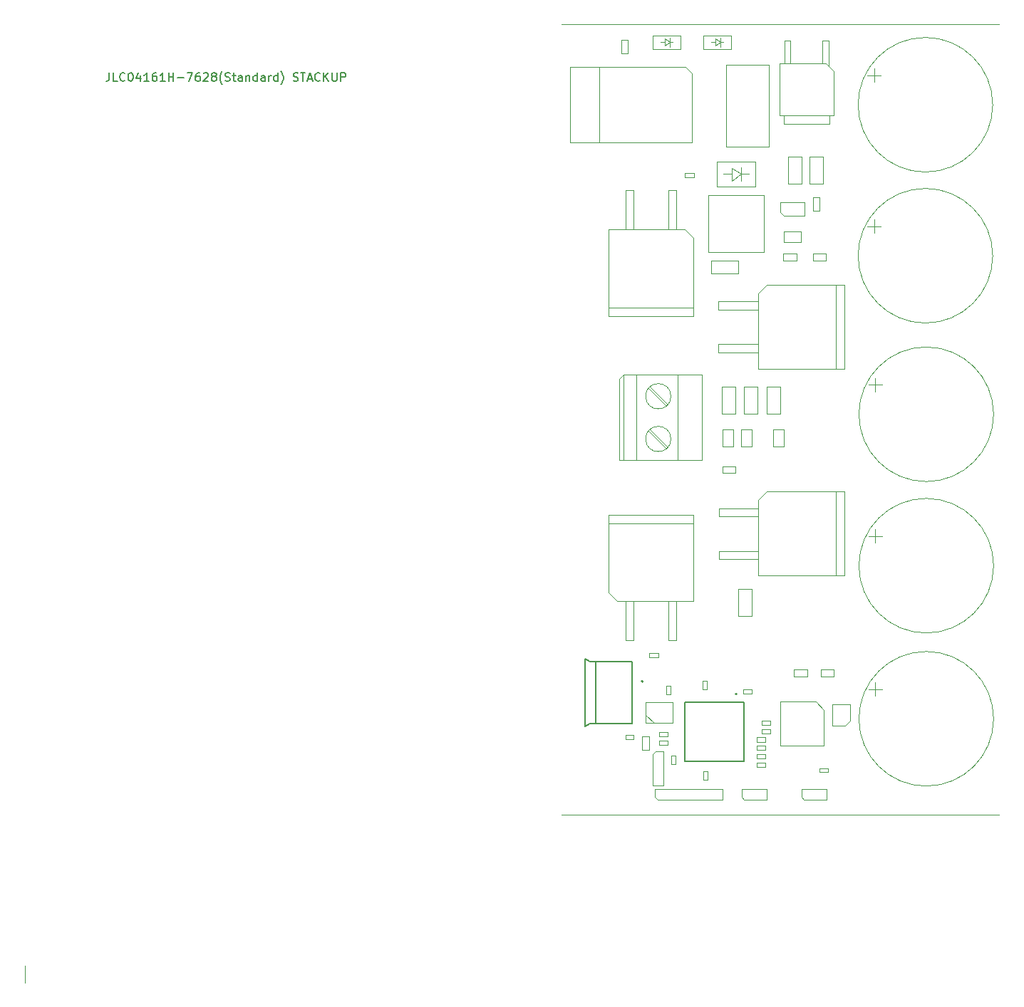
<source format=gbr>
G04 #@! TF.GenerationSoftware,KiCad,Pcbnew,8.0.5*
G04 #@! TF.CreationDate,2024-12-11T09:51:45-08:00*
G04 #@! TF.ProjectId,OpenPEMF_Final,4f70656e-5045-44d4-965f-46696e616c2e,rev?*
G04 #@! TF.SameCoordinates,Original*
G04 #@! TF.FileFunction,AssemblyDrawing,Top*
%FSLAX46Y46*%
G04 Gerber Fmt 4.6, Leading zero omitted, Abs format (unit mm)*
G04 Created by KiCad (PCBNEW 8.0.5) date 2024-12-11 09:51:45*
%MOMM*%
%LPD*%
G01*
G04 APERTURE LIST*
%ADD10C,0.100000*%
%ADD11C,0.150000*%
%ADD12C,0.127000*%
%ADD13C,0.200000*%
G04 APERTURE END LIST*
D10*
X100000000Y-52000000D02*
X152000000Y-52000000D01*
X36231300Y-165964600D02*
X36231300Y-163964600D01*
X100000000Y-146000000D02*
X152000000Y-146000000D01*
D11*
X46272493Y-57799819D02*
X46272493Y-58514104D01*
X46272493Y-58514104D02*
X46224874Y-58656961D01*
X46224874Y-58656961D02*
X46129636Y-58752200D01*
X46129636Y-58752200D02*
X45986779Y-58799819D01*
X45986779Y-58799819D02*
X45891541Y-58799819D01*
X47224874Y-58799819D02*
X46748684Y-58799819D01*
X46748684Y-58799819D02*
X46748684Y-57799819D01*
X48129636Y-58704580D02*
X48082017Y-58752200D01*
X48082017Y-58752200D02*
X47939160Y-58799819D01*
X47939160Y-58799819D02*
X47843922Y-58799819D01*
X47843922Y-58799819D02*
X47701065Y-58752200D01*
X47701065Y-58752200D02*
X47605827Y-58656961D01*
X47605827Y-58656961D02*
X47558208Y-58561723D01*
X47558208Y-58561723D02*
X47510589Y-58371247D01*
X47510589Y-58371247D02*
X47510589Y-58228390D01*
X47510589Y-58228390D02*
X47558208Y-58037914D01*
X47558208Y-58037914D02*
X47605827Y-57942676D01*
X47605827Y-57942676D02*
X47701065Y-57847438D01*
X47701065Y-57847438D02*
X47843922Y-57799819D01*
X47843922Y-57799819D02*
X47939160Y-57799819D01*
X47939160Y-57799819D02*
X48082017Y-57847438D01*
X48082017Y-57847438D02*
X48129636Y-57895057D01*
X48748684Y-57799819D02*
X48843922Y-57799819D01*
X48843922Y-57799819D02*
X48939160Y-57847438D01*
X48939160Y-57847438D02*
X48986779Y-57895057D01*
X48986779Y-57895057D02*
X49034398Y-57990295D01*
X49034398Y-57990295D02*
X49082017Y-58180771D01*
X49082017Y-58180771D02*
X49082017Y-58418866D01*
X49082017Y-58418866D02*
X49034398Y-58609342D01*
X49034398Y-58609342D02*
X48986779Y-58704580D01*
X48986779Y-58704580D02*
X48939160Y-58752200D01*
X48939160Y-58752200D02*
X48843922Y-58799819D01*
X48843922Y-58799819D02*
X48748684Y-58799819D01*
X48748684Y-58799819D02*
X48653446Y-58752200D01*
X48653446Y-58752200D02*
X48605827Y-58704580D01*
X48605827Y-58704580D02*
X48558208Y-58609342D01*
X48558208Y-58609342D02*
X48510589Y-58418866D01*
X48510589Y-58418866D02*
X48510589Y-58180771D01*
X48510589Y-58180771D02*
X48558208Y-57990295D01*
X48558208Y-57990295D02*
X48605827Y-57895057D01*
X48605827Y-57895057D02*
X48653446Y-57847438D01*
X48653446Y-57847438D02*
X48748684Y-57799819D01*
X49939160Y-58133152D02*
X49939160Y-58799819D01*
X49701065Y-57752200D02*
X49462970Y-58466485D01*
X49462970Y-58466485D02*
X50082017Y-58466485D01*
X50986779Y-58799819D02*
X50415351Y-58799819D01*
X50701065Y-58799819D02*
X50701065Y-57799819D01*
X50701065Y-57799819D02*
X50605827Y-57942676D01*
X50605827Y-57942676D02*
X50510589Y-58037914D01*
X50510589Y-58037914D02*
X50415351Y-58085533D01*
X51843922Y-57799819D02*
X51653446Y-57799819D01*
X51653446Y-57799819D02*
X51558208Y-57847438D01*
X51558208Y-57847438D02*
X51510589Y-57895057D01*
X51510589Y-57895057D02*
X51415351Y-58037914D01*
X51415351Y-58037914D02*
X51367732Y-58228390D01*
X51367732Y-58228390D02*
X51367732Y-58609342D01*
X51367732Y-58609342D02*
X51415351Y-58704580D01*
X51415351Y-58704580D02*
X51462970Y-58752200D01*
X51462970Y-58752200D02*
X51558208Y-58799819D01*
X51558208Y-58799819D02*
X51748684Y-58799819D01*
X51748684Y-58799819D02*
X51843922Y-58752200D01*
X51843922Y-58752200D02*
X51891541Y-58704580D01*
X51891541Y-58704580D02*
X51939160Y-58609342D01*
X51939160Y-58609342D02*
X51939160Y-58371247D01*
X51939160Y-58371247D02*
X51891541Y-58276009D01*
X51891541Y-58276009D02*
X51843922Y-58228390D01*
X51843922Y-58228390D02*
X51748684Y-58180771D01*
X51748684Y-58180771D02*
X51558208Y-58180771D01*
X51558208Y-58180771D02*
X51462970Y-58228390D01*
X51462970Y-58228390D02*
X51415351Y-58276009D01*
X51415351Y-58276009D02*
X51367732Y-58371247D01*
X52891541Y-58799819D02*
X52320113Y-58799819D01*
X52605827Y-58799819D02*
X52605827Y-57799819D01*
X52605827Y-57799819D02*
X52510589Y-57942676D01*
X52510589Y-57942676D02*
X52415351Y-58037914D01*
X52415351Y-58037914D02*
X52320113Y-58085533D01*
X53320113Y-58799819D02*
X53320113Y-57799819D01*
X53320113Y-58276009D02*
X53891541Y-58276009D01*
X53891541Y-58799819D02*
X53891541Y-57799819D01*
X54367732Y-58418866D02*
X55129637Y-58418866D01*
X55510589Y-57799819D02*
X56177255Y-57799819D01*
X56177255Y-57799819D02*
X55748684Y-58799819D01*
X56986779Y-57799819D02*
X56796303Y-57799819D01*
X56796303Y-57799819D02*
X56701065Y-57847438D01*
X56701065Y-57847438D02*
X56653446Y-57895057D01*
X56653446Y-57895057D02*
X56558208Y-58037914D01*
X56558208Y-58037914D02*
X56510589Y-58228390D01*
X56510589Y-58228390D02*
X56510589Y-58609342D01*
X56510589Y-58609342D02*
X56558208Y-58704580D01*
X56558208Y-58704580D02*
X56605827Y-58752200D01*
X56605827Y-58752200D02*
X56701065Y-58799819D01*
X56701065Y-58799819D02*
X56891541Y-58799819D01*
X56891541Y-58799819D02*
X56986779Y-58752200D01*
X56986779Y-58752200D02*
X57034398Y-58704580D01*
X57034398Y-58704580D02*
X57082017Y-58609342D01*
X57082017Y-58609342D02*
X57082017Y-58371247D01*
X57082017Y-58371247D02*
X57034398Y-58276009D01*
X57034398Y-58276009D02*
X56986779Y-58228390D01*
X56986779Y-58228390D02*
X56891541Y-58180771D01*
X56891541Y-58180771D02*
X56701065Y-58180771D01*
X56701065Y-58180771D02*
X56605827Y-58228390D01*
X56605827Y-58228390D02*
X56558208Y-58276009D01*
X56558208Y-58276009D02*
X56510589Y-58371247D01*
X57462970Y-57895057D02*
X57510589Y-57847438D01*
X57510589Y-57847438D02*
X57605827Y-57799819D01*
X57605827Y-57799819D02*
X57843922Y-57799819D01*
X57843922Y-57799819D02*
X57939160Y-57847438D01*
X57939160Y-57847438D02*
X57986779Y-57895057D01*
X57986779Y-57895057D02*
X58034398Y-57990295D01*
X58034398Y-57990295D02*
X58034398Y-58085533D01*
X58034398Y-58085533D02*
X57986779Y-58228390D01*
X57986779Y-58228390D02*
X57415351Y-58799819D01*
X57415351Y-58799819D02*
X58034398Y-58799819D01*
X58605827Y-58228390D02*
X58510589Y-58180771D01*
X58510589Y-58180771D02*
X58462970Y-58133152D01*
X58462970Y-58133152D02*
X58415351Y-58037914D01*
X58415351Y-58037914D02*
X58415351Y-57990295D01*
X58415351Y-57990295D02*
X58462970Y-57895057D01*
X58462970Y-57895057D02*
X58510589Y-57847438D01*
X58510589Y-57847438D02*
X58605827Y-57799819D01*
X58605827Y-57799819D02*
X58796303Y-57799819D01*
X58796303Y-57799819D02*
X58891541Y-57847438D01*
X58891541Y-57847438D02*
X58939160Y-57895057D01*
X58939160Y-57895057D02*
X58986779Y-57990295D01*
X58986779Y-57990295D02*
X58986779Y-58037914D01*
X58986779Y-58037914D02*
X58939160Y-58133152D01*
X58939160Y-58133152D02*
X58891541Y-58180771D01*
X58891541Y-58180771D02*
X58796303Y-58228390D01*
X58796303Y-58228390D02*
X58605827Y-58228390D01*
X58605827Y-58228390D02*
X58510589Y-58276009D01*
X58510589Y-58276009D02*
X58462970Y-58323628D01*
X58462970Y-58323628D02*
X58415351Y-58418866D01*
X58415351Y-58418866D02*
X58415351Y-58609342D01*
X58415351Y-58609342D02*
X58462970Y-58704580D01*
X58462970Y-58704580D02*
X58510589Y-58752200D01*
X58510589Y-58752200D02*
X58605827Y-58799819D01*
X58605827Y-58799819D02*
X58796303Y-58799819D01*
X58796303Y-58799819D02*
X58891541Y-58752200D01*
X58891541Y-58752200D02*
X58939160Y-58704580D01*
X58939160Y-58704580D02*
X58986779Y-58609342D01*
X58986779Y-58609342D02*
X58986779Y-58418866D01*
X58986779Y-58418866D02*
X58939160Y-58323628D01*
X58939160Y-58323628D02*
X58891541Y-58276009D01*
X58891541Y-58276009D02*
X58796303Y-58228390D01*
X59701065Y-59180771D02*
X59653446Y-59133152D01*
X59653446Y-59133152D02*
X59558208Y-58990295D01*
X59558208Y-58990295D02*
X59510589Y-58895057D01*
X59510589Y-58895057D02*
X59462970Y-58752200D01*
X59462970Y-58752200D02*
X59415351Y-58514104D01*
X59415351Y-58514104D02*
X59415351Y-58323628D01*
X59415351Y-58323628D02*
X59462970Y-58085533D01*
X59462970Y-58085533D02*
X59510589Y-57942676D01*
X59510589Y-57942676D02*
X59558208Y-57847438D01*
X59558208Y-57847438D02*
X59653446Y-57704580D01*
X59653446Y-57704580D02*
X59701065Y-57656961D01*
X60034399Y-58752200D02*
X60177256Y-58799819D01*
X60177256Y-58799819D02*
X60415351Y-58799819D01*
X60415351Y-58799819D02*
X60510589Y-58752200D01*
X60510589Y-58752200D02*
X60558208Y-58704580D01*
X60558208Y-58704580D02*
X60605827Y-58609342D01*
X60605827Y-58609342D02*
X60605827Y-58514104D01*
X60605827Y-58514104D02*
X60558208Y-58418866D01*
X60558208Y-58418866D02*
X60510589Y-58371247D01*
X60510589Y-58371247D02*
X60415351Y-58323628D01*
X60415351Y-58323628D02*
X60224875Y-58276009D01*
X60224875Y-58276009D02*
X60129637Y-58228390D01*
X60129637Y-58228390D02*
X60082018Y-58180771D01*
X60082018Y-58180771D02*
X60034399Y-58085533D01*
X60034399Y-58085533D02*
X60034399Y-57990295D01*
X60034399Y-57990295D02*
X60082018Y-57895057D01*
X60082018Y-57895057D02*
X60129637Y-57847438D01*
X60129637Y-57847438D02*
X60224875Y-57799819D01*
X60224875Y-57799819D02*
X60462970Y-57799819D01*
X60462970Y-57799819D02*
X60605827Y-57847438D01*
X60891542Y-58133152D02*
X61272494Y-58133152D01*
X61034399Y-57799819D02*
X61034399Y-58656961D01*
X61034399Y-58656961D02*
X61082018Y-58752200D01*
X61082018Y-58752200D02*
X61177256Y-58799819D01*
X61177256Y-58799819D02*
X61272494Y-58799819D01*
X62034399Y-58799819D02*
X62034399Y-58276009D01*
X62034399Y-58276009D02*
X61986780Y-58180771D01*
X61986780Y-58180771D02*
X61891542Y-58133152D01*
X61891542Y-58133152D02*
X61701066Y-58133152D01*
X61701066Y-58133152D02*
X61605828Y-58180771D01*
X62034399Y-58752200D02*
X61939161Y-58799819D01*
X61939161Y-58799819D02*
X61701066Y-58799819D01*
X61701066Y-58799819D02*
X61605828Y-58752200D01*
X61605828Y-58752200D02*
X61558209Y-58656961D01*
X61558209Y-58656961D02*
X61558209Y-58561723D01*
X61558209Y-58561723D02*
X61605828Y-58466485D01*
X61605828Y-58466485D02*
X61701066Y-58418866D01*
X61701066Y-58418866D02*
X61939161Y-58418866D01*
X61939161Y-58418866D02*
X62034399Y-58371247D01*
X62510590Y-58133152D02*
X62510590Y-58799819D01*
X62510590Y-58228390D02*
X62558209Y-58180771D01*
X62558209Y-58180771D02*
X62653447Y-58133152D01*
X62653447Y-58133152D02*
X62796304Y-58133152D01*
X62796304Y-58133152D02*
X62891542Y-58180771D01*
X62891542Y-58180771D02*
X62939161Y-58276009D01*
X62939161Y-58276009D02*
X62939161Y-58799819D01*
X63843923Y-58799819D02*
X63843923Y-57799819D01*
X63843923Y-58752200D02*
X63748685Y-58799819D01*
X63748685Y-58799819D02*
X63558209Y-58799819D01*
X63558209Y-58799819D02*
X63462971Y-58752200D01*
X63462971Y-58752200D02*
X63415352Y-58704580D01*
X63415352Y-58704580D02*
X63367733Y-58609342D01*
X63367733Y-58609342D02*
X63367733Y-58323628D01*
X63367733Y-58323628D02*
X63415352Y-58228390D01*
X63415352Y-58228390D02*
X63462971Y-58180771D01*
X63462971Y-58180771D02*
X63558209Y-58133152D01*
X63558209Y-58133152D02*
X63748685Y-58133152D01*
X63748685Y-58133152D02*
X63843923Y-58180771D01*
X64748685Y-58799819D02*
X64748685Y-58276009D01*
X64748685Y-58276009D02*
X64701066Y-58180771D01*
X64701066Y-58180771D02*
X64605828Y-58133152D01*
X64605828Y-58133152D02*
X64415352Y-58133152D01*
X64415352Y-58133152D02*
X64320114Y-58180771D01*
X64748685Y-58752200D02*
X64653447Y-58799819D01*
X64653447Y-58799819D02*
X64415352Y-58799819D01*
X64415352Y-58799819D02*
X64320114Y-58752200D01*
X64320114Y-58752200D02*
X64272495Y-58656961D01*
X64272495Y-58656961D02*
X64272495Y-58561723D01*
X64272495Y-58561723D02*
X64320114Y-58466485D01*
X64320114Y-58466485D02*
X64415352Y-58418866D01*
X64415352Y-58418866D02*
X64653447Y-58418866D01*
X64653447Y-58418866D02*
X64748685Y-58371247D01*
X65224876Y-58799819D02*
X65224876Y-58133152D01*
X65224876Y-58323628D02*
X65272495Y-58228390D01*
X65272495Y-58228390D02*
X65320114Y-58180771D01*
X65320114Y-58180771D02*
X65415352Y-58133152D01*
X65415352Y-58133152D02*
X65510590Y-58133152D01*
X66272495Y-58799819D02*
X66272495Y-57799819D01*
X66272495Y-58752200D02*
X66177257Y-58799819D01*
X66177257Y-58799819D02*
X65986781Y-58799819D01*
X65986781Y-58799819D02*
X65891543Y-58752200D01*
X65891543Y-58752200D02*
X65843924Y-58704580D01*
X65843924Y-58704580D02*
X65796305Y-58609342D01*
X65796305Y-58609342D02*
X65796305Y-58323628D01*
X65796305Y-58323628D02*
X65843924Y-58228390D01*
X65843924Y-58228390D02*
X65891543Y-58180771D01*
X65891543Y-58180771D02*
X65986781Y-58133152D01*
X65986781Y-58133152D02*
X66177257Y-58133152D01*
X66177257Y-58133152D02*
X66272495Y-58180771D01*
X66653448Y-59180771D02*
X66701067Y-59133152D01*
X66701067Y-59133152D02*
X66796305Y-58990295D01*
X66796305Y-58990295D02*
X66843924Y-58895057D01*
X66843924Y-58895057D02*
X66891543Y-58752200D01*
X66891543Y-58752200D02*
X66939162Y-58514104D01*
X66939162Y-58514104D02*
X66939162Y-58323628D01*
X66939162Y-58323628D02*
X66891543Y-58085533D01*
X66891543Y-58085533D02*
X66843924Y-57942676D01*
X66843924Y-57942676D02*
X66796305Y-57847438D01*
X66796305Y-57847438D02*
X66701067Y-57704580D01*
X66701067Y-57704580D02*
X66653448Y-57656961D01*
X68129639Y-58752200D02*
X68272496Y-58799819D01*
X68272496Y-58799819D02*
X68510591Y-58799819D01*
X68510591Y-58799819D02*
X68605829Y-58752200D01*
X68605829Y-58752200D02*
X68653448Y-58704580D01*
X68653448Y-58704580D02*
X68701067Y-58609342D01*
X68701067Y-58609342D02*
X68701067Y-58514104D01*
X68701067Y-58514104D02*
X68653448Y-58418866D01*
X68653448Y-58418866D02*
X68605829Y-58371247D01*
X68605829Y-58371247D02*
X68510591Y-58323628D01*
X68510591Y-58323628D02*
X68320115Y-58276009D01*
X68320115Y-58276009D02*
X68224877Y-58228390D01*
X68224877Y-58228390D02*
X68177258Y-58180771D01*
X68177258Y-58180771D02*
X68129639Y-58085533D01*
X68129639Y-58085533D02*
X68129639Y-57990295D01*
X68129639Y-57990295D02*
X68177258Y-57895057D01*
X68177258Y-57895057D02*
X68224877Y-57847438D01*
X68224877Y-57847438D02*
X68320115Y-57799819D01*
X68320115Y-57799819D02*
X68558210Y-57799819D01*
X68558210Y-57799819D02*
X68701067Y-57847438D01*
X68986782Y-57799819D02*
X69558210Y-57799819D01*
X69272496Y-58799819D02*
X69272496Y-57799819D01*
X69843925Y-58514104D02*
X70320115Y-58514104D01*
X69748687Y-58799819D02*
X70082020Y-57799819D01*
X70082020Y-57799819D02*
X70415353Y-58799819D01*
X71320115Y-58704580D02*
X71272496Y-58752200D01*
X71272496Y-58752200D02*
X71129639Y-58799819D01*
X71129639Y-58799819D02*
X71034401Y-58799819D01*
X71034401Y-58799819D02*
X70891544Y-58752200D01*
X70891544Y-58752200D02*
X70796306Y-58656961D01*
X70796306Y-58656961D02*
X70748687Y-58561723D01*
X70748687Y-58561723D02*
X70701068Y-58371247D01*
X70701068Y-58371247D02*
X70701068Y-58228390D01*
X70701068Y-58228390D02*
X70748687Y-58037914D01*
X70748687Y-58037914D02*
X70796306Y-57942676D01*
X70796306Y-57942676D02*
X70891544Y-57847438D01*
X70891544Y-57847438D02*
X71034401Y-57799819D01*
X71034401Y-57799819D02*
X71129639Y-57799819D01*
X71129639Y-57799819D02*
X71272496Y-57847438D01*
X71272496Y-57847438D02*
X71320115Y-57895057D01*
X71748687Y-58799819D02*
X71748687Y-57799819D01*
X72320115Y-58799819D02*
X71891544Y-58228390D01*
X72320115Y-57799819D02*
X71748687Y-58371247D01*
X72748687Y-57799819D02*
X72748687Y-58609342D01*
X72748687Y-58609342D02*
X72796306Y-58704580D01*
X72796306Y-58704580D02*
X72843925Y-58752200D01*
X72843925Y-58752200D02*
X72939163Y-58799819D01*
X72939163Y-58799819D02*
X73129639Y-58799819D01*
X73129639Y-58799819D02*
X73224877Y-58752200D01*
X73224877Y-58752200D02*
X73272496Y-58704580D01*
X73272496Y-58704580D02*
X73320115Y-58609342D01*
X73320115Y-58609342D02*
X73320115Y-57799819D01*
X73796306Y-58799819D02*
X73796306Y-57799819D01*
X73796306Y-57799819D02*
X74177258Y-57799819D01*
X74177258Y-57799819D02*
X74272496Y-57847438D01*
X74272496Y-57847438D02*
X74320115Y-57895057D01*
X74320115Y-57895057D02*
X74367734Y-57990295D01*
X74367734Y-57990295D02*
X74367734Y-58133152D01*
X74367734Y-58133152D02*
X74320115Y-58228390D01*
X74320115Y-58228390D02*
X74272496Y-58276009D01*
X74272496Y-58276009D02*
X74177258Y-58323628D01*
X74177258Y-58323628D02*
X73796306Y-58323628D01*
D10*
X123785000Y-135815000D02*
X124785000Y-135815000D01*
X123785000Y-136315000D02*
X123785000Y-135815000D01*
X124785000Y-135815000D02*
X124785000Y-136315000D01*
X124785000Y-136315000D02*
X123785000Y-136315000D01*
X125970000Y-132550000D02*
X130200000Y-132550000D01*
X125970000Y-137780000D02*
X125970000Y-132550000D01*
X130200000Y-132550000D02*
X131200000Y-133550000D01*
X131200000Y-133550000D02*
X131200000Y-137780000D01*
X131200000Y-137780000D02*
X125970000Y-137780000D01*
X136362078Y-76042500D02*
X137962078Y-76042500D01*
X137162078Y-75242500D02*
X137162078Y-76842500D01*
X151237246Y-79550000D02*
G75*
G02*
X135237246Y-79550000I-8000000J0D01*
G01*
X135237246Y-79550000D02*
G75*
G02*
X151237246Y-79550000I8000000J0D01*
G01*
X111635000Y-137215000D02*
X112635000Y-137215000D01*
X111635000Y-137715000D02*
X111635000Y-137215000D01*
X112635000Y-137215000D02*
X112635000Y-137715000D01*
X112635000Y-137715000D02*
X111635000Y-137715000D01*
X126450000Y-76675000D02*
X128450000Y-76675000D01*
X126450000Y-77925000D02*
X126450000Y-76675000D01*
X128450000Y-76675000D02*
X128450000Y-77925000D01*
X128450000Y-77925000D02*
X126450000Y-77925000D01*
X126300000Y-79300000D02*
X127900000Y-79300000D01*
X126300000Y-80100000D02*
X126300000Y-79300000D01*
X127900000Y-79300000D02*
X127900000Y-80100000D01*
X127900000Y-80100000D02*
X126300000Y-80100000D01*
X110425000Y-126780000D02*
X111475000Y-126780000D01*
X110425000Y-127320000D02*
X110425000Y-126780000D01*
X111475000Y-126780000D02*
X111475000Y-127320000D01*
X111475000Y-127320000D02*
X110425000Y-127320000D01*
X107100000Y-53857500D02*
X107900000Y-53857500D01*
X107100000Y-55457500D02*
X107100000Y-53857500D01*
X107900000Y-53857500D02*
X107900000Y-55457500D01*
X107900000Y-55457500D02*
X107100000Y-55457500D01*
X123160000Y-137795000D02*
X124210000Y-137795000D01*
X123160000Y-138335000D02*
X123160000Y-137795000D01*
X124210000Y-137795000D02*
X124210000Y-138335000D01*
X124210000Y-138335000D02*
X123160000Y-138335000D01*
X121385000Y-142930000D02*
X124385000Y-142930000D01*
X121385000Y-143882500D02*
X121385000Y-142930000D01*
X121702500Y-144200000D02*
X121385000Y-143882500D01*
X124385000Y-142930000D02*
X124385000Y-144200000D01*
X124385000Y-144200000D02*
X121702500Y-144200000D01*
X117800000Y-80100000D02*
X121000000Y-80100000D01*
X117800000Y-81700000D02*
X117800000Y-80100000D01*
X121000000Y-80100000D02*
X121000000Y-81700000D01*
X121000000Y-81700000D02*
X117800000Y-81700000D01*
X123160000Y-136795000D02*
X124210000Y-136795000D01*
X123160000Y-137335000D02*
X123160000Y-136795000D01*
X124210000Y-136795000D02*
X124210000Y-137335000D01*
X124210000Y-137335000D02*
X123160000Y-137335000D01*
X111100000Y-142965000D02*
X119100000Y-142965000D01*
X111100000Y-143917500D02*
X111100000Y-142965000D01*
X111417500Y-144235000D02*
X111100000Y-143917500D01*
X119100000Y-142965000D02*
X119100000Y-144235000D01*
X119100000Y-144235000D02*
X111417500Y-144235000D01*
X105625000Y-110350000D02*
X115625000Y-110350000D01*
X105625000Y-111350000D02*
X105625000Y-110350000D01*
X105625000Y-111350000D02*
X115625000Y-111350000D01*
X105625000Y-119600000D02*
X105625000Y-111350000D01*
X106625000Y-120600000D02*
X105625000Y-119600000D01*
X107585000Y-120600000D02*
X107585000Y-125300000D01*
X107585000Y-125300000D02*
X108585000Y-125300000D01*
X108585000Y-125300000D02*
X108585000Y-120600000D01*
X112665000Y-120600000D02*
X112665000Y-125300000D01*
X112665000Y-125300000D02*
X113665000Y-125300000D01*
X113665000Y-125300000D02*
X113665000Y-120600000D01*
X115625000Y-110350000D02*
X115625000Y-111350000D01*
X115625000Y-111350000D02*
X115625000Y-120600000D01*
X115625000Y-120600000D02*
X106625000Y-120600000D01*
X116835000Y-140845000D02*
X117335000Y-140845000D01*
X116835000Y-141845000D02*
X116835000Y-140845000D01*
X117335000Y-140845000D02*
X117335000Y-141845000D01*
X117335000Y-141845000D02*
X116835000Y-141845000D01*
X130785000Y-128752500D02*
X132385000Y-128752500D01*
X130785000Y-129577500D02*
X130785000Y-128752500D01*
X132385000Y-128752500D02*
X132385000Y-129577500D01*
X132385000Y-129577500D02*
X130785000Y-129577500D01*
X121700000Y-95100000D02*
X123300000Y-95100000D01*
X121700000Y-98300000D02*
X121700000Y-95100000D01*
X123300000Y-95100000D02*
X123300000Y-98300000D01*
X123300000Y-98300000D02*
X121700000Y-98300000D01*
X129450000Y-67800000D02*
X131050000Y-67800000D01*
X129450000Y-71000000D02*
X129450000Y-67800000D01*
X131050000Y-67800000D02*
X131050000Y-71000000D01*
X131050000Y-71000000D02*
X129450000Y-71000000D01*
X110865000Y-138817500D02*
X111182500Y-138500000D01*
X110865000Y-142500000D02*
X110865000Y-138817500D01*
X111182500Y-138500000D02*
X112135000Y-138500000D01*
X112135000Y-138500000D02*
X112135000Y-142500000D01*
X112135000Y-142500000D02*
X110865000Y-142500000D01*
X110850000Y-53357500D02*
X114150000Y-53357500D01*
X110850000Y-54957500D02*
X110850000Y-53357500D01*
X112250000Y-53757500D02*
X112850000Y-54157500D01*
X112250000Y-54157500D02*
X111750000Y-54157500D01*
X112250000Y-54557500D02*
X112250000Y-53757500D01*
X112850000Y-54157500D02*
X112250000Y-54557500D01*
X112850000Y-54157500D02*
X112850000Y-53607500D01*
X112850000Y-54157500D02*
X112850000Y-54707500D01*
X113250000Y-54157500D02*
X112850000Y-54157500D01*
X114150000Y-53357500D02*
X114150000Y-54957500D01*
X114150000Y-54957500D02*
X110850000Y-54957500D01*
X129850000Y-72625000D02*
X130650000Y-72625000D01*
X129850000Y-74225000D02*
X129850000Y-72625000D01*
X130650000Y-72625000D02*
X130650000Y-74225000D01*
X130650000Y-74225000D02*
X129850000Y-74225000D01*
X116850000Y-53357500D02*
X120150000Y-53357500D01*
X116850000Y-54957500D02*
X116850000Y-53357500D01*
X118250000Y-53757500D02*
X118850000Y-54157500D01*
X118250000Y-54157500D02*
X117750000Y-54157500D01*
X118250000Y-54557500D02*
X118250000Y-53757500D01*
X118850000Y-54157500D02*
X118250000Y-54557500D01*
X118850000Y-54157500D02*
X118850000Y-53607500D01*
X118850000Y-54157500D02*
X118850000Y-54707500D01*
X119250000Y-54157500D02*
X118850000Y-54157500D01*
X120150000Y-53357500D02*
X120150000Y-54957500D01*
X120150000Y-54957500D02*
X116850000Y-54957500D01*
X121565000Y-131115000D02*
X122565000Y-131115000D01*
X121565000Y-131615000D02*
X121565000Y-131115000D01*
X122565000Y-131115000D02*
X122565000Y-131615000D01*
X122565000Y-131615000D02*
X121565000Y-131615000D01*
X136462078Y-112892500D02*
X138062078Y-112892500D01*
X137262078Y-112092500D02*
X137262078Y-113692500D01*
X151337246Y-116400000D02*
G75*
G02*
X135337246Y-116400000I-8000000J0D01*
G01*
X135337246Y-116400000D02*
G75*
G02*
X151337246Y-116400000I8000000J0D01*
G01*
X118675000Y-109560000D02*
X118675000Y-110560000D01*
X118675000Y-110560000D02*
X123375000Y-110560000D01*
X118675000Y-114640000D02*
X118675000Y-115640000D01*
X118675000Y-115640000D02*
X123375000Y-115640000D01*
X123375000Y-108600000D02*
X124375000Y-107600000D01*
X123375000Y-109560000D02*
X118675000Y-109560000D01*
X123375000Y-114640000D02*
X118675000Y-114640000D01*
X123375000Y-117600000D02*
X123375000Y-108600000D01*
X124375000Y-107600000D02*
X132625000Y-107600000D01*
X132625000Y-107600000D02*
X132625000Y-117600000D01*
X132625000Y-107600000D02*
X133625000Y-107600000D01*
X132625000Y-117600000D02*
X123375000Y-117600000D01*
X133625000Y-107600000D02*
X133625000Y-117600000D01*
X133625000Y-117600000D02*
X132625000Y-117600000D01*
X121000000Y-119150000D02*
X122600000Y-119150000D01*
X121000000Y-122350000D02*
X121000000Y-119150000D01*
X122600000Y-119150000D02*
X122600000Y-122350000D01*
X122600000Y-122350000D02*
X121000000Y-122350000D01*
X130685000Y-140465000D02*
X131685000Y-140465000D01*
X130685000Y-140965000D02*
X130685000Y-140465000D01*
X131685000Y-140465000D02*
X131685000Y-140965000D01*
X131685000Y-140965000D02*
X130685000Y-140965000D01*
X119050000Y-95125000D02*
X120650000Y-95125000D01*
X119050000Y-98325000D02*
X119050000Y-95125000D01*
X120650000Y-95125000D02*
X120650000Y-98325000D01*
X120650000Y-98325000D02*
X119050000Y-98325000D01*
X124400000Y-95125000D02*
X126000000Y-95125000D01*
X124400000Y-98325000D02*
X124400000Y-95125000D01*
X126000000Y-95125000D02*
X126000000Y-98325000D01*
X126000000Y-98325000D02*
X124400000Y-98325000D01*
X123185000Y-138815000D02*
X124185000Y-138815000D01*
X123185000Y-139315000D02*
X123185000Y-138815000D01*
X124185000Y-138815000D02*
X124185000Y-139315000D01*
X124185000Y-139315000D02*
X123185000Y-139315000D01*
D12*
X114645000Y-132630000D02*
X121645000Y-132630000D01*
X114645000Y-139630000D02*
X114645000Y-132630000D01*
X114645000Y-139630000D02*
X121645000Y-139630000D01*
X121645000Y-139630000D02*
X121645000Y-132630000D01*
D13*
X120845000Y-131655000D02*
G75*
G02*
X120645000Y-131655000I-100000J0D01*
G01*
X120645000Y-131655000D02*
G75*
G02*
X120845000Y-131655000I100000J0D01*
G01*
D10*
X117445000Y-72370000D02*
X117445000Y-79130000D01*
X117445000Y-79130000D02*
X124005000Y-79130000D01*
X124005000Y-72370000D02*
X117445000Y-72370000D01*
X124005000Y-79130000D02*
X124005000Y-72370000D01*
X136362078Y-58092500D02*
X137962078Y-58092500D01*
X137162078Y-57292500D02*
X137162078Y-58892500D01*
X151237246Y-61600000D02*
G75*
G02*
X135237246Y-61600000I-8000000J0D01*
G01*
X135237246Y-61600000D02*
G75*
G02*
X151237246Y-61600000I8000000J0D01*
G01*
X109587500Y-136700000D02*
X110412500Y-136700000D01*
X109587500Y-138300000D02*
X109587500Y-136700000D01*
X110412500Y-136700000D02*
X110412500Y-138300000D01*
X110412500Y-138300000D02*
X109587500Y-138300000D01*
X132150000Y-132845000D02*
X134250000Y-132845000D01*
X132150000Y-135385000D02*
X132150000Y-132845000D01*
X133725000Y-135385000D02*
X132150000Y-135385000D01*
X134250000Y-132845000D02*
X134250000Y-134860000D01*
X134250000Y-134860000D02*
X133725000Y-135385000D01*
D12*
X102823700Y-127475400D02*
X102823700Y-135525400D01*
X102823700Y-135525400D02*
X103353700Y-135200400D01*
X103353700Y-127800400D02*
X102823700Y-127475400D01*
X103353700Y-135200400D02*
X104053700Y-135200400D01*
X104053700Y-127800400D02*
X103353700Y-127800400D01*
X104053700Y-127800400D02*
X104053700Y-135200400D01*
X104053700Y-135200400D02*
X108353700Y-135200400D01*
X108353700Y-127800400D02*
X104053700Y-127800400D01*
X108353700Y-127800400D02*
X108353700Y-135200400D01*
D13*
X109703700Y-130150400D02*
G75*
G02*
X109503700Y-130150400I-100000J0D01*
G01*
X109503700Y-130150400D02*
G75*
G02*
X109703700Y-130150400I100000J0D01*
G01*
D10*
X114685000Y-69680000D02*
X115735000Y-69680000D01*
X114685000Y-70220000D02*
X114685000Y-69680000D01*
X115735000Y-69680000D02*
X115735000Y-70220000D01*
X115735000Y-70220000D02*
X114685000Y-70220000D01*
X105625000Y-76450000D02*
X114625000Y-76450000D01*
X105625000Y-85700000D02*
X105625000Y-76450000D01*
X105625000Y-86700000D02*
X105625000Y-85700000D01*
X107585000Y-71750000D02*
X107585000Y-76450000D01*
X108585000Y-71750000D02*
X107585000Y-71750000D01*
X108585000Y-76450000D02*
X108585000Y-71750000D01*
X112665000Y-71750000D02*
X112665000Y-76450000D01*
X113665000Y-71750000D02*
X112665000Y-71750000D01*
X113665000Y-76450000D02*
X113665000Y-71750000D01*
X114625000Y-76450000D02*
X115625000Y-77450000D01*
X115625000Y-77450000D02*
X115625000Y-85700000D01*
X115625000Y-85700000D02*
X105625000Y-85700000D01*
X115625000Y-85700000D02*
X115625000Y-86700000D01*
X115625000Y-86700000D02*
X105625000Y-86700000D01*
X125175000Y-100212500D02*
X126425000Y-100212500D01*
X125175000Y-102212500D02*
X125175000Y-100212500D01*
X126425000Y-100212500D02*
X126425000Y-102212500D01*
X126425000Y-102212500D02*
X125175000Y-102212500D01*
X101000000Y-57100000D02*
X101000000Y-66100000D01*
X101000000Y-66100000D02*
X115500000Y-66100000D01*
X104500000Y-57100000D02*
X104500000Y-66100000D01*
X114696787Y-57094575D02*
X115500000Y-57850000D01*
X114700000Y-57100000D02*
X101000000Y-57100000D01*
X115500000Y-66100000D02*
X115500000Y-57850000D01*
X129850000Y-79287500D02*
X131450000Y-79287500D01*
X129850000Y-80112500D02*
X129850000Y-79287500D01*
X131450000Y-79287500D02*
X131450000Y-80112500D01*
X131450000Y-80112500D02*
X129850000Y-80112500D01*
X113050000Y-139000000D02*
X113550000Y-139000000D01*
X113050000Y-140000000D02*
X113050000Y-139000000D01*
X113550000Y-139000000D02*
X113550000Y-140000000D01*
X113550000Y-140000000D02*
X113050000Y-140000000D01*
X118650000Y-84985000D02*
X118650000Y-85985000D01*
X118650000Y-85985000D02*
X123350000Y-85985000D01*
X118650000Y-90065000D02*
X118650000Y-91065000D01*
X118650000Y-91065000D02*
X123350000Y-91065000D01*
X123350000Y-84025000D02*
X124350000Y-83025000D01*
X123350000Y-84985000D02*
X118650000Y-84985000D01*
X123350000Y-90065000D02*
X118650000Y-90065000D01*
X123350000Y-93025000D02*
X123350000Y-84025000D01*
X124350000Y-83025000D02*
X132600000Y-83025000D01*
X132600000Y-83025000D02*
X132600000Y-93025000D01*
X132600000Y-83025000D02*
X133600000Y-83025000D01*
X132600000Y-93025000D02*
X123350000Y-93025000D01*
X133600000Y-83025000D02*
X133600000Y-93025000D01*
X133600000Y-93025000D02*
X132600000Y-93025000D01*
X136462078Y-94892500D02*
X138062078Y-94892500D01*
X137262078Y-94092500D02*
X137262078Y-95692500D01*
X151337246Y-98400000D02*
G75*
G02*
X135337246Y-98400000I-8000000J0D01*
G01*
X135337246Y-98400000D02*
G75*
G02*
X151337246Y-98400000I8000000J0D01*
G01*
X126950000Y-67800000D02*
X128550000Y-67800000D01*
X126950000Y-71000000D02*
X126950000Y-67800000D01*
X128550000Y-67800000D02*
X128550000Y-71000000D01*
X128550000Y-71000000D02*
X126950000Y-71000000D01*
X109985000Y-132615000D02*
X109985000Y-135115000D01*
X109985000Y-134115000D02*
X110985000Y-135115000D01*
X109985000Y-135115000D02*
X113185000Y-135115000D01*
X113185000Y-132615000D02*
X109985000Y-132615000D01*
X113185000Y-135115000D02*
X113185000Y-132615000D01*
X125875000Y-56655000D02*
X131375000Y-56655000D01*
X125875000Y-62875000D02*
X125875000Y-56655000D01*
X126425000Y-63875000D02*
X126425000Y-62875000D01*
X126470000Y-53955000D02*
X126470000Y-56655000D01*
X127220000Y-53955000D02*
X126470000Y-53955000D01*
X127220000Y-56655000D02*
X127220000Y-53955000D01*
X131030000Y-53955000D02*
X131030000Y-56655000D01*
X131375000Y-56655000D02*
X132375000Y-57655000D01*
X131780000Y-53955000D02*
X131030000Y-53955000D01*
X131780000Y-57060000D02*
X131780000Y-53955000D01*
X131825000Y-62875000D02*
X131825000Y-63875000D01*
X131825000Y-63875000D02*
X126425000Y-63875000D01*
X132375000Y-57655000D02*
X132375000Y-62875000D01*
X132375000Y-62875000D02*
X125875000Y-62875000D01*
X119100000Y-104600000D02*
X120700000Y-104600000D01*
X119100000Y-105400000D02*
X119100000Y-104600000D01*
X120700000Y-104600000D02*
X120700000Y-105400000D01*
X120700000Y-105400000D02*
X119100000Y-105400000D01*
X121375000Y-100212500D02*
X122625000Y-100212500D01*
X121375000Y-102212500D02*
X121375000Y-100212500D01*
X122625000Y-100212500D02*
X122625000Y-102212500D01*
X122625000Y-102212500D02*
X121375000Y-102212500D01*
X126000000Y-73200000D02*
X128900000Y-73200000D01*
X126000000Y-74400000D02*
X126000000Y-73200000D01*
X126400000Y-74800000D02*
X126000000Y-74400000D01*
X128900000Y-73200000D02*
X128900000Y-74800000D01*
X128900000Y-74800000D02*
X126400000Y-74800000D01*
X123785000Y-134815000D02*
X124785000Y-134815000D01*
X123785000Y-135315000D02*
X123785000Y-134815000D01*
X124785000Y-134815000D02*
X124785000Y-135315000D01*
X124785000Y-135315000D02*
X123785000Y-135315000D01*
X136462078Y-131092500D02*
X138062078Y-131092500D01*
X137262078Y-130292500D02*
X137262078Y-131892500D01*
X151337246Y-134600000D02*
G75*
G02*
X135337246Y-134600000I-8000000J0D01*
G01*
X135337246Y-134600000D02*
G75*
G02*
X151337246Y-134600000I8000000J0D01*
G01*
X106895000Y-94215000D02*
X107395000Y-93715000D01*
X106895000Y-103875000D02*
X106895000Y-94215000D01*
X107395000Y-93715000D02*
X107395000Y-103875000D01*
X107395000Y-93715000D02*
X116695000Y-93715000D01*
X108895000Y-93715000D02*
X108895000Y-103875000D01*
X112450000Y-97393000D02*
X110357000Y-95300000D01*
X112450000Y-102473000D02*
X110357000Y-100381000D01*
X112633000Y-97210000D02*
X110540000Y-95117000D01*
X112633000Y-102290000D02*
X110540000Y-100198000D01*
X113795000Y-93715000D02*
X113795000Y-103875000D01*
X116695000Y-93715000D02*
X116695000Y-103875000D01*
X116695000Y-103875000D02*
X106895000Y-103875000D01*
X112995000Y-96255000D02*
G75*
G02*
X109995000Y-96255000I-1500000J0D01*
G01*
X109995000Y-96255000D02*
G75*
G02*
X112995000Y-96255000I1500000J0D01*
G01*
X112995000Y-101335000D02*
G75*
G02*
X109995000Y-101335000I-1500000J0D01*
G01*
X109995000Y-101335000D02*
G75*
G02*
X112995000Y-101335000I1500000J0D01*
G01*
X118425000Y-68350000D02*
X123025000Y-68350000D01*
X118425000Y-71350000D02*
X118425000Y-68350000D01*
X118425000Y-71350000D02*
X123025000Y-71350000D01*
X120223820Y-69099680D02*
X120223820Y-70649080D01*
X120223820Y-69848980D02*
X119225600Y-69848980D01*
X121374440Y-69848980D02*
X120223820Y-69099680D01*
X121374440Y-69848980D02*
X120223820Y-70649080D01*
X121374440Y-69848980D02*
X122276140Y-69848980D01*
X121374440Y-70649080D02*
X121374440Y-69048880D01*
X123025000Y-68350000D02*
X123025000Y-71350000D01*
X119175000Y-100200000D02*
X120425000Y-100200000D01*
X119175000Y-102200000D02*
X119175000Y-100200000D01*
X120425000Y-100200000D02*
X120425000Y-102200000D01*
X120425000Y-102200000D02*
X119175000Y-102200000D01*
X128500000Y-142965000D02*
X131500000Y-142965000D01*
X128500000Y-143917500D02*
X128500000Y-142965000D01*
X128817500Y-144235000D02*
X128500000Y-143917500D01*
X131500000Y-142965000D02*
X131500000Y-144235000D01*
X131500000Y-144235000D02*
X128817500Y-144235000D01*
X112450000Y-130680000D02*
X112950000Y-130680000D01*
X112450000Y-131680000D02*
X112450000Y-130680000D01*
X112950000Y-130680000D02*
X112950000Y-131680000D01*
X112950000Y-131680000D02*
X112450000Y-131680000D01*
X127585000Y-128752500D02*
X129185000Y-128752500D01*
X127585000Y-129577500D02*
X127585000Y-128752500D01*
X129185000Y-128752500D02*
X129185000Y-129577500D01*
X129185000Y-129577500D02*
X127585000Y-129577500D01*
X111635000Y-136215000D02*
X112635000Y-136215000D01*
X111635000Y-136715000D02*
X111635000Y-136215000D01*
X112635000Y-136215000D02*
X112635000Y-136715000D01*
X112635000Y-136715000D02*
X111635000Y-136715000D01*
X119585000Y-66615000D02*
X119585000Y-56885000D01*
X119585000Y-66615000D02*
X124615000Y-66615000D01*
X124615000Y-56885000D02*
X119585000Y-56885000D01*
X124615000Y-66615000D02*
X124615000Y-56885000D01*
X116750000Y-130115000D02*
X117250000Y-130115000D01*
X116750000Y-131115000D02*
X116750000Y-130115000D01*
X117250000Y-130115000D02*
X117250000Y-131115000D01*
X117250000Y-131115000D02*
X116750000Y-131115000D01*
X107580000Y-136550000D02*
X108580000Y-136550000D01*
X107580000Y-137050000D02*
X107580000Y-136550000D01*
X108580000Y-136550000D02*
X108580000Y-137050000D01*
X108580000Y-137050000D02*
X107580000Y-137050000D01*
X123185000Y-139815000D02*
X124185000Y-139815000D01*
X123185000Y-140315000D02*
X123185000Y-139815000D01*
X124185000Y-139815000D02*
X124185000Y-140315000D01*
X124185000Y-140315000D02*
X123185000Y-140315000D01*
M02*

</source>
